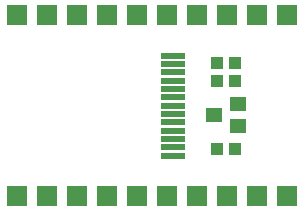
<source format=gbs>
G75*
%MOIN*%
%OFA0B0*%
%FSLAX25Y25*%
%IPPOS*%
%LPD*%
%AMOC8*
5,1,8,0,0,1.08239X$1,22.5*
%
%ADD10R,0.06800X0.06800*%
%ADD11R,0.07847X0.02217*%
%ADD12R,0.03950X0.03950*%
%ADD13R,0.05524X0.04737*%
D10*
X0011800Y0023933D03*
X0021800Y0023933D03*
X0031800Y0023933D03*
X0041800Y0023933D03*
X0051800Y0023933D03*
X0061800Y0023933D03*
X0071800Y0023933D03*
X0081800Y0023933D03*
X0091800Y0023933D03*
X0101800Y0023933D03*
X0101800Y0084033D03*
X0091800Y0084033D03*
X0081800Y0084033D03*
X0071800Y0084033D03*
X0061800Y0084033D03*
X0051800Y0084033D03*
X0041800Y0084033D03*
X0031800Y0084033D03*
X0021800Y0084033D03*
X0011800Y0084033D03*
D11*
X0063506Y0070637D03*
X0063506Y0067861D03*
X0063506Y0065085D03*
X0063506Y0062310D03*
X0063506Y0059534D03*
X0063506Y0056759D03*
X0063506Y0053983D03*
X0063506Y0051207D03*
X0063506Y0048432D03*
X0063506Y0045656D03*
X0063506Y0042881D03*
X0063506Y0040105D03*
X0063506Y0037330D03*
D12*
X0078400Y0039583D03*
X0084400Y0039583D03*
X0084400Y0062083D03*
X0078400Y0062083D03*
X0078400Y0068183D03*
X0084400Y0068183D03*
D13*
X0085337Y0054523D03*
X0077463Y0050783D03*
X0085337Y0047043D03*
M02*

</source>
